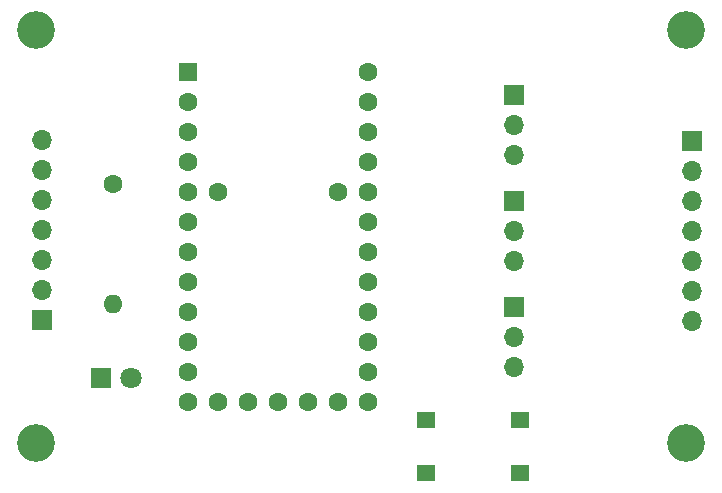
<source format=gbr>
%TF.GenerationSoftware,KiCad,Pcbnew,9.0.1*%
%TF.CreationDate,2025-04-01T19:12:10+10:00*%
%TF.ProjectId,payload_controlboard,7061796c-6f61-4645-9f63-6f6e74726f6c,rev?*%
%TF.SameCoordinates,Original*%
%TF.FileFunction,Soldermask,Top*%
%TF.FilePolarity,Negative*%
%FSLAX46Y46*%
G04 Gerber Fmt 4.6, Leading zero omitted, Abs format (unit mm)*
G04 Created by KiCad (PCBNEW 9.0.1) date 2025-04-01 19:12:10*
%MOMM*%
%LPD*%
G01*
G04 APERTURE LIST*
%ADD10R,1.700000X1.700000*%
%ADD11O,1.700000X1.700000*%
%ADD12C,3.200000*%
%ADD13R,1.800000X1.800000*%
%ADD14C,1.800000*%
%ADD15R,1.549908X1.400048*%
%ADD16R,1.600000X1.600000*%
%ADD17C,1.600000*%
%ADD18O,1.600000X1.600000*%
G04 APERTURE END LIST*
D10*
%TO.C,J5*%
X107500000Y-102540000D03*
D11*
X107500000Y-100000000D03*
X107500000Y-97460000D03*
X107500000Y-94920000D03*
X107500000Y-92380000D03*
X107500000Y-89840000D03*
X107500000Y-87300000D03*
%TD*%
D12*
%TO.C,H2*%
X162000000Y-78000000D03*
%TD*%
D13*
%TO.C,POWER*%
X112460000Y-107500000D03*
D14*
X115000000Y-107500000D03*
%TD*%
D12*
%TO.C,H1*%
X107000000Y-78000000D03*
%TD*%
D15*
%TO.C,RESET*%
X140050004Y-111000000D03*
X140050004Y-115500002D03*
X148000000Y-111000000D03*
X148000000Y-115500002D03*
%TD*%
D10*
%TO.C,J2*%
X147500000Y-92475000D03*
D11*
X147500000Y-95015000D03*
X147500000Y-97555000D03*
%TD*%
D10*
%TO.C,J1*%
X147500000Y-101475000D03*
D11*
X147500000Y-104015000D03*
X147500000Y-106555000D03*
%TD*%
D12*
%TO.C,H3*%
X107000000Y-113000000D03*
%TD*%
%TO.C,H4*%
X162000000Y-113000000D03*
%TD*%
D16*
%TO.C,Teensy 2.0*%
X119880000Y-81530000D03*
D17*
X119880000Y-84070000D03*
X119880000Y-86610000D03*
X119880000Y-89150000D03*
X119880000Y-91690000D03*
X119880000Y-94230000D03*
X119880000Y-96770000D03*
X119880000Y-99310000D03*
X119880000Y-101850000D03*
X119880000Y-104390000D03*
X119880000Y-106930000D03*
X119880000Y-109470000D03*
X122420000Y-109470000D03*
X124960000Y-109470000D03*
X127500000Y-109470000D03*
X130040000Y-109470000D03*
X132580000Y-109470000D03*
X135120000Y-109470000D03*
X135120000Y-106930000D03*
X135120000Y-104390000D03*
X135120000Y-101850000D03*
X135120000Y-99310000D03*
X135120000Y-96770000D03*
X135120000Y-94230000D03*
X135120000Y-91690000D03*
X135120000Y-89150000D03*
X135120000Y-86610000D03*
X135120000Y-84070000D03*
X135120000Y-81530000D03*
X122420000Y-91690000D03*
X132580000Y-91690000D03*
%TD*%
D10*
%TO.C,J3*%
X162500000Y-87420000D03*
D11*
X162500000Y-89960000D03*
X162500000Y-92500000D03*
X162500000Y-95040000D03*
X162500000Y-97580000D03*
X162500000Y-100120000D03*
X162500000Y-102660000D03*
%TD*%
D10*
%TO.C,J4*%
X147500000Y-83475000D03*
D11*
X147500000Y-86015000D03*
X147500000Y-88555000D03*
%TD*%
D17*
%TO.C,100R*%
X113500000Y-91000000D03*
D18*
X113500000Y-101160000D03*
%TD*%
M02*

</source>
